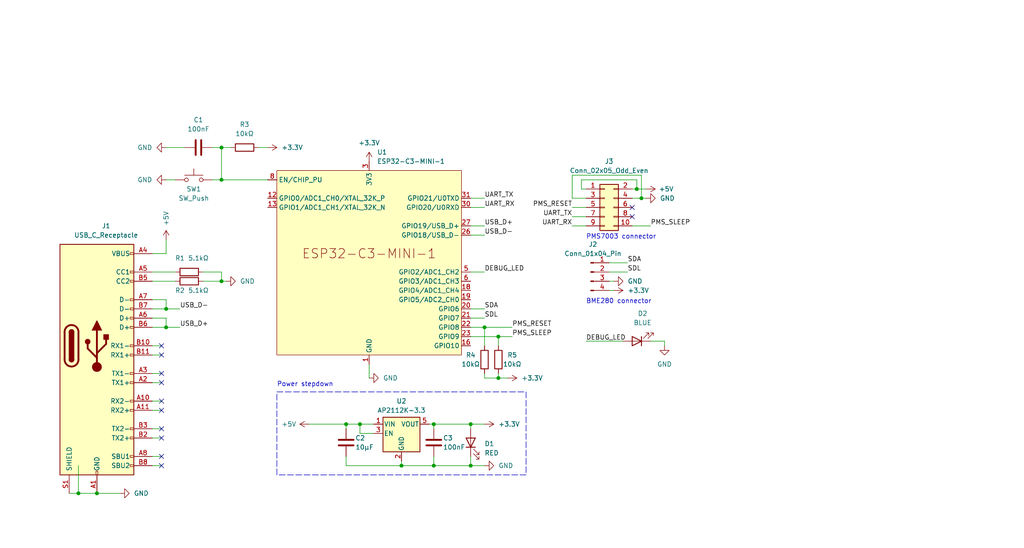
<source format=kicad_sch>
(kicad_sch (version 20230121) (generator eeschema)
  (paper "User" 281.813 151.003)
  (title_block (title "Weather station") (date "2023-09-02") (comment 1 "pkozak.org"))
  (lib_symbols
    (symbol "Connector:Conn_01x04_Pin" (pin_names (offset 1.016) hide)
      (property "Reference" "J" (at 0 5.08 0))
      (property "Value" "Conn_01x04_Pin" (at 0 -7.62 0))
      (symbol "Conn_01x04_Pin_1_1"
        (polyline (pts (xy 1.27 -5.08) (xy 0.8636 -5.08)) (stroke (width 0.1524)))
        (polyline (pts (xy 1.27 -2.54) (xy 0.8636 -2.54)) (stroke (width 0.1524)))
        (polyline (pts (xy 1.27 0) (xy 0.8636 0)) (stroke (width 0.1524)))
        (polyline (pts (xy 1.27 2.54) (xy 0.8636 2.54)) (stroke (width 0.1524)))
        (rectangle (start 0.8636 -4.953) (end 0 -5.207) (stroke (width 0.1524)) (fill (type outline)))
        (rectangle (start 0.8636 -2.413) (end 0 -2.667) (stroke (width 0.1524)) (fill (type outline)))
        (rectangle (start 0.8636 0.127) (end 0 -0.127) (stroke (width 0.1524)) (fill (type outline)))
        (rectangle (start 0.8636 2.667) (end 0 2.413) (stroke (width 0.1524)) (fill (type outline)))
        (pin passive line (at 5.08 2.54 180) (length 3.81) (name "Pin_1") (number "1"))
        (pin passive line (at 5.08 0 180) (length 3.81) (name "Pin_2") (number "2"))
        (pin passive line (at 5.08 -2.54 180) (length 3.81) (name "Pin_3") (number "3"))
        (pin passive line (at 5.08 -5.08 180) (length 3.81) (name "Pin_4") (number "4"))
      )
    )
    (symbol "Connector:USB_C_Receptacle" (pin_names (offset 1.016))
      (property "Reference" "J" (at -10.16 29.21 0))
      (property "Value" "USB_C_Receptacle" (at 10.16 29.21 0))
      (symbol "USB_C_Receptacle_0_0"
        (rectangle (start -0.254 -35.56) (end 0.254 -34.544))
        (rectangle (start 10.16 -32.766) (end 9.144 -33.274))
        (rectangle (start 10.16 -30.226) (end 9.144 -30.734))
        (rectangle (start 10.16 -25.146) (end 9.144 -25.654))
        (rectangle (start 10.16 -22.606) (end 9.144 -23.114))
        (rectangle (start 10.16 -17.526) (end 9.144 -18.034))
        (rectangle (start 10.16 -14.986) (end 9.144 -15.494))
        (rectangle (start 10.16 -9.906) (end 9.144 -10.414))
        (rectangle (start 10.16 -7.366) (end 9.144 -7.874))
        (rectangle (start 10.16 -2.286) (end 9.144 -2.794))
        (rectangle (start 10.16 0.254) (end 9.144 -0.254))
        (rectangle (start 10.16 5.334) (end 9.144 4.826))
        (rectangle (start 10.16 7.874) (end 9.144 7.366))
        (rectangle (start 10.16 10.414) (end 9.144 9.906))
        (rectangle (start 10.16 12.954) (end 9.144 12.446))
        (rectangle (start 10.16 18.034) (end 9.144 17.526))
        (rectangle (start 10.16 20.574) (end 9.144 20.066))
        (rectangle (start 10.16 25.654) (end 9.144 25.146))
      )
      (symbol "USB_C_Receptacle_0_1"
        (rectangle (start -10.16 27.94) (end 10.16 -35.56) (stroke (width 0.254)) (fill (type background)))
        (arc (start -8.89 -3.81) (mid -6.985 -5.7067) (end -5.08 -3.81) (stroke (width 0.508)))
        (arc (start -7.62 -3.81) (mid -6.985 -4.4423) (end -6.35 -3.81) (stroke (width 0.254)))
        (arc (start -7.62 -3.81) (mid -6.985 -4.4423) (end -6.35 -3.81) (stroke (width 0.254)) (fill (type outline)))
        (rectangle (start -7.62 -3.81) (end -6.35 3.81) (stroke (width 0.254)) (fill (type outline)))
        (arc (start -6.35 3.81) (mid -6.985 4.4423) (end -7.62 3.81) (stroke (width 0.254)))
        (arc (start -6.35 3.81) (mid -6.985 4.4423) (end -7.62 3.81) (stroke (width 0.254)) (fill (type outline)))
        (arc (start -5.08 3.81) (mid -6.985 5.7067) (end -8.89 3.81) (stroke (width 0.508)))
        (polyline (pts (xy -8.89 -3.81) (xy -8.89 3.81)) (stroke (width 0.508)))
        (polyline (pts (xy -5.08 3.81) (xy -5.08 -3.81)) (stroke (width 0.508)))
      )
      (symbol "USB_C_Receptacle_1_1"
        (circle (center -2.54 1.143) (radius 0.635) (stroke (width 0.254)) (fill (type outline)))
        (circle (center 0 -5.842) (radius 1.27) (fill (type outline)))
        (polyline (pts (xy 0 -5.842) (xy 0 4.318)) (stroke (width 0.508)))
        (polyline (pts (xy 0 -3.302) (xy -2.54 -0.762) (xy -2.54 0.508)) (stroke (width 0.508)))
        (polyline (pts (xy 0 -2.032) (xy 2.54 0.508) (xy 2.54 1.778)) (stroke (width 0.508)))
        (polyline (pts (xy -1.27 4.318) (xy 0 6.858) (xy 1.27 4.318) (xy -1.27 4.318)) (stroke (width 0.254)) (fill (type outline)))
        (rectangle (start 1.905 1.778) (end 3.175 3.048) (stroke (width 0.254)) (fill (type outline)))
        (pin passive line (at 0 -40.64 90) (length 5.08) (name "GND") (number "A1"))
        (pin bidirectional line (at 15.24 -15.24 180) (length 5.08) (name "RX2-") (number "A10"))
        (pin bidirectional line (at 15.24 -17.78 180) (length 5.08) (name "RX2+") (number "A11"))
        (pin passive line (at 0 -40.64 90) (length 5.08) hide (name "GND") (number "A12"))
        (pin bidirectional line (at 15.24 -10.16 180) (length 5.08) (name "TX1+") (number "A2"))
        (pin bidirectional line (at 15.24 -7.62 180) (length 5.08) (name "TX1-") (number "A3"))
        (pin passive line (at 15.24 25.4 180) (length 5.08) (name "VBUS") (number "A4"))
        (pin bidirectional line (at 15.24 20.32 180) (length 5.08) (name "CC1") (number "A5"))
        (pin bidirectional line (at 15.24 7.62 180) (length 5.08) (name "D+") (number "A6"))
        (pin bidirectional line (at 15.24 12.7 180) (length 5.08) (name "D-") (number "A7"))
        (pin bidirectional line (at 15.24 -30.48 180) (length 5.08) (name "SBU1") (number "A8"))
        (pin passive line (at 15.24 25.4 180) (length 5.08) hide (name "VBUS") (number "A9"))
        (pin passive line (at 0 -40.64 90) (length 5.08) hide (name "GND") (number "B1"))
        (pin bidirectional line (at 15.24 0 180) (length 5.08) (name "RX1-") (number "B10"))
        (pin bidirectional line (at 15.24 -2.54 180) (length 5.08) (name "RX1+") (number "B11"))
        (pin passive line (at 0 -40.64 90) (length 5.08) hide (name "GND") (number "B12"))
        (pin bidirectional line (at 15.24 -25.4 180) (length 5.08) (name "TX2+") (number "B2"))
        (pin bidirectional line (at 15.24 -22.86 180) (length 5.08) (name "TX2-") (number "B3"))
        (pin passive line (at 15.24 25.4 180) (length 5.08) hide (name "VBUS") (number "B4"))
        (pin bidirectional line (at 15.24 17.78 180) (length 5.08) (name "CC2") (number "B5"))
        (pin bidirectional line (at 15.24 5.08 180) (length 5.08) (name "D+") (number "B6"))
        (pin bidirectional line (at 15.24 10.16 180) (length 5.08) (name "D-") (number "B7"))
        (pin bidirectional line (at 15.24 -33.02 180) (length 5.08) (name "SBU2") (number "B8"))
        (pin passive line (at 15.24 25.4 180) (length 5.08) hide (name "VBUS") (number "B9"))
        (pin passive line (at -7.62 -40.64 90) (length 5.08) (name "SHIELD") (number "S1"))
      )
    )
    (symbol "Connector_Generic:Conn_02x05_Odd_Even" (pin_names (offset 1.016) hide)
      (property "Reference" "J" (at 1.27 7.62 0))
      (property "Value" "Conn_02x05_Odd_Even" (at 1.27 -7.62 0))
      (symbol "Conn_02x05_Odd_Even_1_1"
        (rectangle (start -1.27 -4.953) (end 0 -5.207) (stroke (width 0.1524)))
        (rectangle (start -1.27 -2.413) (end 0 -2.667) (stroke (width 0.1524)))
        (rectangle (start -1.27 0.127) (end 0 -0.127) (stroke (width 0.1524)))
        (rectangle (start -1.27 2.667) (end 0 2.413) (stroke (width 0.1524)))
        (rectangle (start -1.27 5.207) (end 0 4.953) (stroke (width 0.1524)))
        (rectangle (start -1.27 6.35) (end 3.81 -6.35) (stroke (width 0.254)) (fill (type background)))
        (rectangle (start 3.81 -4.953) (end 2.54 -5.207) (stroke (width 0.1524)))
        (rectangle (start 3.81 -2.413) (end 2.54 -2.667) (stroke (width 0.1524)))
        (rectangle (start 3.81 0.127) (end 2.54 -0.127) (stroke (width 0.1524)))
        (rectangle (start 3.81 2.667) (end 2.54 2.413) (stroke (width 0.1524)))
        (rectangle (start 3.81 5.207) (end 2.54 4.953) (stroke (width 0.1524)))
        (pin passive line (at -5.08 5.08 0) (length 3.81) (name "Pin_1") (number "1"))
        (pin passive line (at 7.62 -5.08 180) (length 3.81) (name "Pin_10") (number "10"))
        (pin passive line (at 7.62 5.08 180) (length 3.81) (name "Pin_2") (number "2"))
        (pin passive line (at -5.08 2.54 0) (length 3.81) (name "Pin_3") (number "3"))
        (pin passive line (at 7.62 2.54 180) (length 3.81) (name "Pin_4") (number "4"))
        (pin passive line (at -5.08 0 0) (length 3.81) (name "Pin_5") (number "5"))
        (pin passive line (at 7.62 0 180) (length 3.81) (name "Pin_6") (number "6"))
        (pin passive line (at -5.08 -2.54 0) (length 3.81) (name "Pin_7") (number "7"))
        (pin passive line (at 7.62 -2.54 180) (length 3.81) (name "Pin_8") (number "8"))
        (pin passive line (at -5.08 -5.08 0) (length 3.81) (name "Pin_9") (number "9"))
      )
    )
    (symbol "Device:C" (pin_numbers hide) (pin_names (offset 0.254))
      (property "Reference" "C" (at 0.635 2.54 0))
      (property "Value" "C" (at 0.635 -2.54 0))
      (symbol "C_0_1"
        (polyline (pts (xy -2.032 -0.762) (xy 2.032 -0.762)) (stroke (width 0.508)))
        (polyline (pts (xy -2.032 0.762) (xy 2.032 0.762)) (stroke (width 0.508)))
      )
      (symbol "C_1_1"
        (pin passive line (at 0 3.81 270) (length 2.794) (name "~") (number "1"))
        (pin passive line (at 0 -3.81 90) (length 2.794) (name "~") (number "2"))
      )
    )
    (symbol "Device:LED" (pin_numbers hide) (pin_names (offset 1.016) hide)
      (property "Reference" "D" (at 0 2.54 0))
      (property "Value" "LED" (at 0 -2.54 0))
      (symbol "LED_0_1"
        (polyline (pts (xy -1.27 -1.27) (xy -1.27 1.27)) (stroke (width 0.254)))
        (polyline (pts (xy -1.27 0) (xy 1.27 0)))
        (polyline (pts (xy 1.27 -1.27) (xy 1.27 1.27) (xy -1.27 0) (xy 1.27 -1.27)) (stroke (width 0.254)))
        (polyline (pts (xy -3.048 -0.762) (xy -4.572 -2.286) (xy -3.81 -2.286) (xy -4.572 -2.286) (xy -4.572 -1.524)))
        (polyline (pts (xy -1.778 -0.762) (xy -3.302 -2.286) (xy -2.54 -2.286) (xy -3.302 -2.286) (xy -3.302 -1.524)))
      )
      (symbol "LED_1_1"
        (pin passive line (at -3.81 0 0) (length 2.54) (name "K") (number "1"))
        (pin passive line (at 3.81 0 180) (length 2.54) (name "A") (number "2"))
      )
    )
    (symbol "Device:R" (pin_numbers hide) (pin_names (offset 0))
      (property "Reference" "R" (at 2.032 0 90))
      (property "Value" "R" (at 0 0 90))
      (symbol "R_0_1"
        (rectangle (start -1.016 -2.54) (end 1.016 2.54) (stroke (width 0.254)))
      )
      (symbol "R_1_1"
        (pin passive line (at 0 3.81 270) (length 1.27) (name "~") (number "1"))
        (pin passive line (at 0 -3.81 90) (length 1.27) (name "~") (number "2"))
      )
    )
    (symbol "PCM_Espressif:ESP32-C3-MINI-1"
      (property "Reference" "U" (at -25.4 30.48 0))
      (property "Value" "ESP32-C3-MINI-1" (at -25.4 27.94 0))
      (symbol "ESP32-C3-MINI-1_0_0"
        (text "ESP32-C3-MINI-1" (at 0 2.54 0) (effects (font (size 2.54 2.54))))
      )
      (symbol "ESP32-C3-MINI-1_0_1"
        (rectangle (start -25.4 25.4) (end 25.4 -25.4) (fill (type background)))
      )
      (symbol "ESP32-C3-MINI-1_1_1"
        (pin power_in line (at 0 -27.94 90) (length 2.54) (name "GND") (number "1"))
        (pin no_connect line (at -25.4 2.54 0) (length 2.54) hide (name "NC") (number "10"))
        (pin passive line (at 0 -27.94 90) (length 2.54) hide (name "GND") (number "11"))
        (pin bidirectional line (at -27.94 17.78 0) (length 2.54) (name "GPIO0/ADC1_CH0/XTAL_32K_P") (number "12"))
        (pin bidirectional line (at -27.94 15.24 0) (length 2.54) (name "GPIO1/ADC1_CH1/XTAL_32K_N") (number "13"))
        (pin passive line (at 0 -27.94 90) (length 2.54) hide (name "GND") (number "14"))
        (pin no_connect line (at -25.4 0 0) (length 2.54) hide (name "NC") (number "15"))
        (pin bidirectional line (at 27.94 -22.86 180) (length 2.54) (name "GPIO10") (number "16"))
        (pin no_connect line (at -25.4 -2.54 0) (length 2.54) hide (name "NC") (number "17"))
        (pin bidirectional line (at 27.94 -7.62 180) (length 2.54) (name "GPIO4/ADC1_CH4") (number "18"))
        (pin bidirectional line (at 27.94 -10.16 180) (length 2.54) (name "GPIO5/ADC2_CH0") (number "19"))
        (pin passive line (at 0 -27.94 90) (length 2.54) hide (name "GND") (number "2"))
        (pin bidirectional line (at 27.94 -12.7 180) (length 2.54) (name "GPIO6") (number "20"))
        (pin bidirectional line (at 27.94 -15.24 180) (length 2.54) (name "GPIO7") (number "21"))
        (pin bidirectional line (at 27.94 -17.78 180) (length 2.54) (name "GPIO8") (number "22"))
        (pin bidirectional line (at 27.94 -20.32 180) (length 2.54) (name "GPIO9") (number "23"))
        (pin no_connect line (at -25.4 -5.08 0) (length 2.54) hide (name "NC") (number "24"))
        (pin no_connect line (at -25.4 -7.62 0) (length 2.54) hide (name "NC") (number "25"))
        (pin bidirectional line (at 27.94 7.62 180) (length 2.54) (name "GPIO18/USB_D-") (number "26"))
        (pin bidirectional line (at 27.94 10.16 180) (length 2.54) (name "GPIO19/USB_D+") (number "27"))
        (pin no_connect line (at -25.4 -10.16 0) (length 2.54) hide (name "NC") (number "28"))
        (pin no_connect line (at -25.4 -12.7 0) (length 2.54) hide (name "NC") (number "29"))
        (pin power_in line (at 0 27.94 270) (length 2.54) (name "3V3") (number "3"))
        (pin bidirectional line (at 27.94 15.24 180) (length 2.54) (name "GPIO20/U0RXD") (number "30"))
        (pin bidirectional line (at 27.94 17.78 180) (length 2.54) (name "GPIO21/U0TXD") (number "31"))
        (pin no_connect line (at -25.4 -15.24 0) (length 2.54) hide (name "NC") (number "32"))
        (pin no_connect line (at -25.4 -17.78 0) (length 2.54) hide (name "NC") (number "33"))
        (pin no_connect line (at -25.4 -20.32 0) (length 2.54) hide (name "NC") (number "34"))
        (pin no_connect line (at -25.4 -22.86 0) (length 2.54) hide (name "NC") (number "35"))
        (pin passive line (at 0 -27.94 90) (length 2.54) hide (name "GND") (number "36"))
        (pin passive line (at 0 -27.94 90) (length 2.54) hide (name "GND") (number "37"))
        (pin passive line (at 0 -27.94 90) (length 2.54) hide (name "GND") (number "38"))
        (pin passive line (at 0 -27.94 90) (length 2.54) hide (name "GND") (number "39"))
        (pin no_connect line (at -25.4 10.16 0) (length 2.54) hide (name "NC") (number "4"))
        (pin passive line (at 0 -27.94 90) (length 2.54) hide (name "GND") (number "40"))
        (pin passive line (at 0 -27.94 90) (length 2.54) hide (name "GND") (number "41"))
        (pin passive line (at 0 -27.94 90) (length 2.54) hide (name "GND") (number "42"))
        (pin passive line (at 0 -27.94 90) (length 2.54) hide (name "GND") (number "43"))
        (pin passive line (at 0 -27.94 90) (length 2.54) hide (name "GND") (number "44"))
        (pin passive line (at 0 -27.94 90) (length 2.54) hide (name "GND") (number "45"))
        (pin passive line (at 0 -27.94 90) (length 2.54) hide (name "GND") (number "46"))
        (pin passive line (at 0 -27.94 90) (length 2.54) hide (name "GND") (number "47"))
        (pin passive line (at 0 -27.94 90) (length 2.54) hide (name "GND") (number "48"))
        (pin passive line (at 0 -27.94 90) (length 2.54) hide (name "GND") (number "49"))
        (pin bidirectional line (at 27.94 -2.54 180) (length 2.54) (name "GPIO2/ADC1_CH2") (number "5"))
        (pin passive line (at 0 -27.94 90) (length 2.54) hide (name "GND") (number "50"))
        (pin passive line (at 0 -27.94 90) (length 2.54) hide (name "GND") (number "51"))
        (pin passive line (at 0 -27.94 90) (length 2.54) hide (name "GND") (number "52"))
        (pin passive line (at 0 -27.94 90) (length 2.54) hide (name "GND") (number "53"))
        (pin bidirectional line (at 27.94 -5.08 180) (length 2.54) (name "GPIO3/ADC1_CH3") (number "6"))
        (pin no_connect line (at -25.4 7.62 0) (length 2.54) hide (name "NC") (number "7"))
        (pin input line (at -27.94 22.86 0) (length 2.54) (name "EN/CHIP_PU") (number "8"))
        (pin no_connect line (at -25.4 5.08 0) (length 2.54) hide (name "NC") (number "9"))
      )
    )
    (symbol "Regulator_Linear:AP2112K-3.3" (pin_names (offset 0.254))
      (property "Reference" "U" (at -5.08 5.715 0))
      (property "Value" "AP2112K-3.3" (at 0 5.715 0))
      (symbol "AP2112K-3.3_0_1"
        (rectangle (start -5.08 4.445) (end 5.08 -5.08) (stroke (width 0.254)) (fill (type background)))
      )
      (symbol "AP2112K-3.3_1_1"
        (pin power_in line (at -7.62 2.54 0) (length 2.54) (name "VIN") (number "1"))
        (pin power_in line (at 0 -7.62 90) (length 2.54) (name "GND") (number "2"))
        (pin input line (at -7.62 0 0) (length 2.54) (name "EN") (number "3"))
        (pin no_connect line (at 5.08 0 180) (length 2.54) hide (name "NC") (number "4"))
        (pin power_out line (at 7.62 2.54 180) (length 2.54) (name "VOUT") (number "5"))
      )
    )
    (symbol "Switch:SW_Push" (pin_numbers hide) (pin_names (offset 1.016) hide)
      (property "Reference" "SW" (at 1.27 2.54 0))
      (property "Value" "SW_Push" (at 0 -1.524 0))
      (symbol "SW_Push_0_1"
        (circle (center -2.032 0) (radius 0.508))
        (polyline (pts (xy 0 1.27) (xy 0 3.048)))
        (polyline (pts (xy 2.54 1.27) (xy -2.54 1.27)))
        (circle (center 2.032 0) (radius 0.508))
        (pin passive line (at -5.08 0 0) (length 2.54) (name "1") (number "1"))
        (pin passive line (at 5.08 0 180) (length 2.54) (name "2") (number "2"))
      )
    )
    (symbol "power:+3.3V" (power) (pin_names (offset 0))
      (property "Value" "+3.3V" (at 0 3.556 0))
      (symbol "+3.3V_0_1"
        (polyline (pts (xy -0.762 1.27) (xy 0 2.54)))
        (polyline (pts (xy 0 0) (xy 0 2.54)))
        (polyline (pts (xy 0 2.54) (xy 0.762 1.27)))
      )
      (symbol "+3.3V_1_1"
        (pin power_in line (at 0 0 90) (length 0) hide (name "+3.3V") (number "1"))
      )
    )
    (symbol "power:+5V" (power) (pin_names (offset 0))
      (property "Value" "+5V" (at 0 3.556 0))
      (symbol "+5V_0_1"
        (polyline (pts (xy -0.762 1.27) (xy 0 2.54)))
        (polyline (pts (xy 0 0) (xy 0 2.54)))
        (polyline (pts (xy 0 2.54) (xy 0.762 1.27)))
      )
      (symbol "+5V_1_1"
        (pin power_in line (at 0 0 90) (length 0) hide (name "+5V") (number "1"))
      )
    )
    (symbol "power:GND" (power) (pin_names (offset 0))
      (property "Value" "GND" (at 0 -3.81 0))
      (symbol "GND_0_1"
        (polyline (pts (xy 0 0) (xy 0 -1.27) (xy 1.27 -1.27) (xy 0 -2.54) (xy -1.27 -1.27) (xy 0 -1.27)))
      )
      (symbol "GND_1_1"
        (pin power_in line (at 0 0 270) (length 0) hide (name "GND") (number "1"))
      )
    )
  )
  (junction (at 129.54 116.84))
  (junction (at 110.49 128.27))
  (junction (at 119.38 116.84))
  (junction (at 60.96 77.47))
  (junction (at 45.72 85.09))
  (junction (at 99.06 116.84))
  (junction (at 60.96 49.53))
  (junction (at 137.16 104.14))
  (junction (at 26.67 135.89))
  (junction (at 176.53 54.61))
  (junction (at 133.35 90.17))
  (junction (at 137.16 92.71))
  (junction (at 60.96 40.64))
  (junction (at 45.72 90.17))
  (junction (at 175.26 52.07))
  (junction (at 119.38 128.27))
  (junction (at 21.59 135.89))
  (junction (at 95.25 116.84))
  (junction (at 129.54 128.27))
  (no_connect (at 44.45 110.49))
  (no_connect (at 173.99 59.69))
  (no_connect (at 173.99 57.15))
  (no_connect (at 44.45 95.25))
  (no_connect (at 44.45 97.79))
  (no_connect (at 44.45 118.11))
  (no_connect (at 44.45 120.65))
  (no_connect (at 44.45 105.41))
  (no_connect (at 44.45 102.87))
  (no_connect (at 44.45 125.73))
  (no_connect (at 44.45 113.03))
  (no_connect (at 44.45 128.27))
  (wire (pts (xy 99.06 119.38) (xy 99.06 116.84)))
  (wire (pts (xy 21.59 135.89) (xy 19.05 135.89)))
  (wire (pts (xy 41.91 87.63) (xy 45.72 87.63)))
  (wire (pts (xy 45.72 87.63) (xy 45.72 90.17)))
  (wire (pts (xy 60.96 49.53) (xy 73.66 49.53)))
  (wire (pts (xy 60.96 40.64) (xy 60.96 49.53)))
  (wire (pts (xy 129.54 125.73) (xy 129.54 128.27)))
  (wire (pts (xy 137.16 102.87) (xy 137.16 104.14)))
  (wire (pts (xy 95.25 128.27) (xy 110.49 128.27)))
  (wire (pts (xy 129.54 118.11) (xy 129.54 116.84)))
  (wire (pts (xy 45.72 82.55) (xy 45.72 85.09)))
  (wire (pts (xy 41.91 85.09) (xy 45.72 85.09)))
  (wire (pts (xy 157.48 54.61) (xy 161.29 54.61)))
  (wire (pts (xy 129.54 62.23) (xy 133.35 62.23)))
  (wire (pts (xy 173.99 62.23) (xy 179.07 62.23)))
  (wire (pts (xy 45.72 90.17) (xy 49.53 90.17)))
  (wire (pts (xy 175.26 52.07) (xy 177.8 52.07)))
  (wire (pts (xy 133.35 116.84) (xy 129.54 116.84)))
  (wire (pts (xy 129.54 92.71) (xy 137.16 92.71)))
  (wire (pts (xy 119.38 118.11) (xy 119.38 116.84)))
  (wire (pts (xy 45.72 49.53) (xy 48.26 49.53)))
  (wire (pts (xy 173.99 52.07) (xy 175.26 52.07)))
  (wire (pts (xy 157.48 57.15) (xy 161.29 57.15)))
  (wire (pts (xy 161.29 93.98) (xy 171.45 93.98)))
  (wire (pts (xy 21.59 128.27) (xy 21.59 135.89)))
  (wire (pts (xy 71.12 40.64) (xy 73.66 40.64)))
  (wire (pts (xy 157.48 62.23) (xy 161.29 62.23)))
  (wire (pts (xy 160.02 49.53) (xy 160.02 52.07)))
  (wire (pts (xy 133.35 90.17) (xy 140.97 90.17)))
  (wire (pts (xy 41.91 69.85) (xy 45.72 69.85)))
  (wire (pts (xy 45.72 40.64) (xy 50.8 40.64)))
  (wire (pts (xy 21.59 135.89) (xy 26.67 135.89)))
  (wire (pts (xy 99.06 116.84) (xy 102.87 116.84)))
  (wire (pts (xy 45.72 85.09) (xy 49.53 85.09)))
  (wire (pts (xy 133.35 90.17) (xy 133.35 95.25)))
  (wire (pts (xy 95.25 125.73) (xy 95.25 128.27)))
  (wire (pts (xy 118.11 116.84) (xy 119.38 116.84)))
  (wire (pts (xy 44.45 113.03) (xy 41.91 113.03)))
  (wire (pts (xy 129.54 74.93) (xy 133.35 74.93)))
  (wire (pts (xy 41.91 90.17) (xy 45.72 90.17)))
  (wire (pts (xy 44.45 102.87) (xy 41.91 102.87)))
  (wire (pts (xy 26.67 135.89) (xy 33.02 135.89)))
  (wire (pts (xy 129.54 57.15) (xy 133.35 57.15)))
  (wire (pts (xy 133.35 104.14) (xy 137.16 104.14)))
  (wire (pts (xy 173.99 54.61) (xy 176.53 54.61)))
  (wire (pts (xy 102.87 119.38) (xy 99.06 119.38)))
  (wire (pts (xy 85.09 116.84) (xy 95.25 116.84)))
  (wire (pts (xy 167.64 77.47) (xy 168.91 77.47)))
  (wire (pts (xy 176.53 54.61) (xy 177.8 54.61)))
  (wire (pts (xy 137.16 104.14) (xy 139.7 104.14)))
  (wire (pts (xy 129.54 128.27) (xy 133.35 128.27)))
  (wire (pts (xy 110.49 127) (xy 110.49 128.27)))
  (wire (pts (xy 119.38 116.84) (xy 129.54 116.84)))
  (wire (pts (xy 179.07 93.98) (xy 182.88 93.98)))
  (wire (pts (xy 44.45 105.41) (xy 41.91 105.41)))
  (wire (pts (xy 129.54 90.17) (xy 133.35 90.17)))
  (wire (pts (xy 176.53 48.26) (xy 157.48 48.26)))
  (wire (pts (xy 44.45 118.11) (xy 41.91 118.11)))
  (wire (pts (xy 119.38 125.73) (xy 119.38 128.27)))
  (wire (pts (xy 44.45 95.25) (xy 41.91 95.25)))
  (wire (pts (xy 182.88 93.98) (xy 182.88 95.25)))
  (wire (pts (xy 161.29 59.69) (xy 157.48 59.69)))
  (wire (pts (xy 160.02 52.07) (xy 161.29 52.07)))
  (wire (pts (xy 110.49 128.27) (xy 119.38 128.27)))
  (wire (pts (xy 55.88 77.47) (xy 60.96 77.47)))
  (wire (pts (xy 176.53 54.61) (xy 176.53 48.26)))
  (wire (pts (xy 157.48 48.26) (xy 157.48 54.61)))
  (wire (pts (xy 137.16 92.71) (xy 137.16 95.25)))
  (wire (pts (xy 167.64 74.93) (xy 172.72 74.93)))
  (wire (pts (xy 129.54 64.77) (xy 133.35 64.77)))
  (wire (pts (xy 129.54 54.61) (xy 133.35 54.61)))
  (wire (pts (xy 60.96 74.93) (xy 60.96 77.47)))
  (wire (pts (xy 95.25 118.11) (xy 95.25 116.84)))
  (wire (pts (xy 129.54 87.63) (xy 133.35 87.63)))
  (wire (pts (xy 60.96 74.93) (xy 55.88 74.93)))
  (wire (pts (xy 44.45 110.49) (xy 41.91 110.49)))
  (wire (pts (xy 44.45 120.65) (xy 41.91 120.65)))
  (wire (pts (xy 41.91 77.47) (xy 48.26 77.47)))
  (wire (pts (xy 41.91 74.93) (xy 48.26 74.93)))
  (wire (pts (xy 63.5 40.64) (xy 60.96 40.64)))
  (wire (pts (xy 44.45 125.73) (xy 41.91 125.73)))
  (wire (pts (xy 175.26 52.07) (xy 175.26 49.53)))
  (wire (pts (xy 44.45 97.79) (xy 41.91 97.79)))
  (wire (pts (xy 58.42 49.53) (xy 60.96 49.53)))
  (wire (pts (xy 119.38 128.27) (xy 129.54 128.27)))
  (wire (pts (xy 129.54 85.09) (xy 133.35 85.09)))
  (wire (pts (xy 167.64 80.01) (xy 168.91 80.01)))
  (wire (pts (xy 133.35 102.87) (xy 133.35 104.14)))
  (wire (pts (xy 58.42 40.64) (xy 60.96 40.64)))
  (wire (pts (xy 45.72 66.04) (xy 45.72 69.85)))
  (wire (pts (xy 101.6 100.33) (xy 101.6 104.14)))
  (wire (pts (xy 95.25 116.84) (xy 99.06 116.84)))
  (wire (pts (xy 175.26 49.53) (xy 160.02 49.53)))
  (wire (pts (xy 167.64 72.39) (xy 172.72 72.39)))
  (wire (pts (xy 41.91 82.55) (xy 45.72 82.55)))
  (wire (pts (xy 137.16 92.71) (xy 140.97 92.71)))
  (wire (pts (xy 62.23 77.47) (xy 60.96 77.47)))
  (wire (pts (xy 44.45 128.27) (xy 41.91 128.27)))
  (rectangle (start 76.2 107.95) (end 144.78 130.81) (stroke (width 0) (type dash)))
  (text "BME280 connector" (at 161.29 83.82 0) (effects (font (size 1.27 1.27)) (justify left bottom)))
  (text "Power stepdown" (at 76.2 106.68 0) (effects (font (size 1.27 1.27)) (justify left bottom)))
  (text "PMS7003 connector" (at 161.29 66.04 0) (effects (font (size 1.27 1.27)) (justify left bottom)))
  (label "DEBUG_LED" (at 161.29 93.98 0))
  (label "SDL" (at 133.35 87.63 0))
  (label "SDL" (at 172.72 74.93 0))
  (label "DEBUG_LED" (at 133.35 74.93 0))
  (label "UART_TX" (at 157.48 59.69 180))
  (label "PMS_RESET" (at 140.97 90.17 0))
  (label "SDA" (at 172.72 72.39 0))
  (label "SDA" (at 133.35 85.09 0))
  (label "UART_RX" (at 157.48 62.23 180))
  (label "UART_TX" (at 133.35 54.61 0))
  (label "PMS_RESET" (at 157.48 57.15 180))
  (label "USB_D+" (at 133.35 62.23 0))
  (label "USB_D-" (at 133.35 64.77 0))
  (label "USB_D+" (at 49.53 90.17 0))
  (label "UART_RX" (at 133.35 57.15 0))
  (label "PMS_SLEEP" (at 179.07 62.23 0))
  (label "USB_D-" (at 49.53 85.09 0))
  (label "PMS_SLEEP" (at 140.97 92.71 0))
  (symbol (lib_id "power:+3.3V") (at 133.35 116.84 270) (unit 1)
    (property "Reference" "#PWR015" (effects hide))
    (property "Value" "+3.3V" (at 137.16 116.84 90) (effects (justify left)))
  )
  (symbol (lib_id "Device:C") (at 54.61 40.64 90) (unit 1)
    (property "Reference" "C1" (at 54.61 33.02 90))
    (property "Value" "100nF" (at 54.61 35.56 90))
    (property "Footprint" "Capacitor_SMD:C_0805_2012Metric_Pad1.18x1.45mm_HandSolder" (effects hide))
  )
  (symbol (lib_id "power:+3.3V") (at 73.66 40.64 270) (unit 1)
    (property "Reference" "#PWR07" (effects hide))
    (property "Value" "+3.3V" (at 77.47 40.64 90) (effects (justify left)))
  )
  (symbol (lib_id "power:GND") (at 33.02 135.89 90) (unit 1)
    (property "Reference" "#PWR02" (effects hide))
    (property "Value" "GND" (at 36.83 135.89 90) (effects (justify right)))
  )
  (symbol (lib_id "power:+5V") (at 85.09 116.84 90) (unit 1)
    (property "Reference" "#PWR017" (effects hide))
    (property "Value" "+5V" (at 77.47 116.84 90) (effects (justify right)))
  )
  (symbol (lib_id "power:GND") (at 168.91 77.47 90) (unit 1)
    (property "Reference" "#PWR09" (effects hide))
    (property "Value" "GND" (at 172.72 77.47 90) (effects (justify right)))
  )
  (symbol (lib_id "power:GND") (at 45.72 49.53 270) (unit 1)
    (property "Reference" "#PWR011" (effects hide))
    (property "Value" "GND" (at 41.91 49.53 90) (effects (justify right)))
  )
  (symbol (lib_id "power:+5V") (at 177.8 52.07 270) (unit 1)
    (property "Reference" "#PWR06" (effects hide))
    (property "Value" "+5V" (at 185.42 52.07 90) (effects (justify right)))
  )
  (symbol (lib_id "power:GND") (at 62.23 77.47 90) (unit 1)
    (property "Reference" "#PWR08" (effects hide))
    (property "Value" "GND" (at 66.04 77.47 90) (effects (justify right)))
  )
  (symbol (lib_id "power:+3.3V") (at 139.7 104.14 270) (unit 1)
    (property "Reference" "#PWR016" (effects hide))
    (property "Value" "+3.3V" (at 143.51 104.14 90) (effects (justify left)))
  )
  (symbol (lib_id "power:GND") (at 182.88 95.25 0) (unit 1)
    (property "Reference" "#PWR013" (effects hide))
    (property "Value" "GND" (at 182.88 100.33 0))
  )
  (symbol (lib_id "power:+5V") (at 45.72 66.04 0) (unit 1)
    (property "Reference" "#PWR04" (effects hide))
    (property "Value" "+5V" (at 45.72 62.23 90) (effects (justify left)))
  )
  (symbol (lib_id "PCM_Espressif:ESP32-C3-MINI-1") (at 101.6 72.39 0) (unit 1)
    (property "Reference" "U1" (at 103.7941 41.91 0) (effects (justify left)))
    (property "Value" "ESP32-C3-MINI-1" (at 103.7941 44.45 0) (effects (justify left)))
    (property "Footprint" "PCM_Espressif:ESP32-C3-MINI-1" (effects hide))
    (property "Datasheet" "https://www.espressif.com/sites/default/files/documentation/esp32-c3-mini-1_datasheet_en.pdf" (effects hide))
  )
  (symbol (lib_id "Switch:SW_Push") (at 53.34 49.53 0) (unit 1)
    (property "Reference" "SW1" (at 53.34 52.07 0))
    (property "Value" "SW_Push" (at 53.34 54.61 0))
    (property "Footprint" "Button_Switch_THT:SW_PUSH_6mm_H5mm" (effects hide))
  )
  (symbol (lib_id "Device:R") (at 52.07 77.47 90) (unit 1)
    (property "Reference" "R2" (at 49.53 80.01 90))
    (property "Value" "5.1kΩ" (at 54.61 80.01 90))
    (property "Footprint" "Resistor_SMD:R_1206_3216Metric" (effects hide))
  )
  (symbol (lib_id "Device:LED") (at 175.26 93.98 180) (unit 1)
    (property "Reference" "D2" (at 176.8475 86.36 0))
    (property "Value" "BLUE" (at 176.8475 88.9 0))
    (property "Footprint" "LED_SMD:LED_0805_2012Metric_Pad1.15x1.40mm_HandSolder" (effects hide))
  )
  (symbol (lib_id "Device:C") (at 119.38 121.92 0) (unit 1)
    (property "Reference" "C3" (at 121.92 120.65 0) (effects (justify left)))
    (property "Value" "100nF" (at 121.92 123.19 0) (effects (justify left)))
    (property "Footprint" "Capacitor_SMD:C_0805_2012Metric_Pad1.18x1.45mm_HandSolder" (effects hide))
  )
  (symbol (lib_id "Device:R") (at 137.16 99.06 0) (unit 1)
    (property "Reference" "R5" (at 140.97 97.79 0))
    (property "Value" "10kΩ" (at 140.97 100.33 0))
    (property "Footprint" "Resistor_SMD:R_1206_3216Metric" (effects hide))
  )
  (symbol (lib_id "Regulator_Linear:AP2112K-3.3") (at 110.49 119.38 0) (unit 1)
    (property "Reference" "U2" (at 110.49 110.49 0))
    (property "Value" "AP2112K-3.3" (at 110.49 113.03 0))
    (property "Footprint" "Package_TO_SOT_SMD:SOT-23-5" (effects hide))
    (property "Datasheet" "https://www.diodes.com/assets/Datasheets/AP2112.pdf" (effects hide))
  )
  (symbol (lib_id "Device:LED") (at 129.54 121.92 90) (unit 1)
    (property "Reference" "D1" (at 133.35 122.2375 90) (effects (justify right)))
    (property "Value" "RED" (at 133.35 124.7775 90) (effects (justify right)))
    (property "Footprint" "LED_SMD:LED_0805_2012Metric_Pad1.15x1.40mm_HandSolder" (effects hide))
  )
  (symbol (lib_id "Connector_Generic:Conn_02x05_Odd_Even") (at 166.37 57.15 0) (unit 1)
    (property "Reference" "J3" (at 167.64 44.45 0))
    (property "Value" "Conn_02x05_Odd_Even" (at 167.64 46.99 0))
    (property "Footprint" "Connector_IDC:IDC-Header_2x05_P2.54mm_Vertical" (effects hide))
  )
  (symbol (lib_id "power:+3.3V") (at 168.91 80.01 270) (unit 1)
    (property "Reference" "#PWR010" (effects hide))
    (property "Value" "+3.3V" (at 172.72 80.01 90) (effects (justify left)))
  )
  (symbol (lib_id "power:GND") (at 45.72 40.64 270) (unit 1)
    (property "Reference" "#PWR012" (effects hide))
    (property "Value" "GND" (at 41.91 40.64 90) (effects (justify right)))
  )
  (symbol (lib_id "power:GND") (at 177.8 54.61 90) (unit 1)
    (property "Reference" "#PWR05" (effects hide))
    (property "Value" "GND" (at 181.61 54.61 90) (effects (justify right)))
  )
  (symbol (lib_id "Device:C") (at 95.25 121.92 0) (unit 1)
    (property "Reference" "C2" (at 97.79 120.65 0) (effects (justify left)))
    (property "Value" "10µF" (at 97.79 123.19 0) (effects (justify left)))
    (property "Footprint" "Capacitor_SMD:C_0805_2012Metric_Pad1.18x1.45mm_HandSolder" (effects hide))
  )
  (symbol (lib_id "Device:R") (at 133.35 99.06 180) (unit 1)
    (property "Reference" "R4" (at 129.54 97.79 0))
    (property "Value" "10kΩ" (at 129.54 100.33 0))
    (property "Footprint" "Resistor_SMD:R_1206_3216Metric" (effects hide))
  )
  (symbol (lib_id "Device:R") (at 52.07 74.93 90) (unit 1)
    (property "Reference" "R1" (at 49.53 71.12 90))
    (property "Value" "5.1kΩ" (at 54.61 71.12 90))
    (property "Footprint" "Resistor_SMD:R_1206_3216Metric" (effects hide))
  )
  (symbol (lib_id "power:+3.3V") (at 101.6 44.45 0) (unit 1)
    (property "Reference" "#PWR03" (effects hide))
    (property "Value" "+3.3V" (at 101.6 39.37 0))
  )
  (symbol (lib_id "Device:R") (at 67.31 40.64 90) (unit 1)
    (property "Reference" "R3" (at 67.31 34.29 90))
    (property "Value" "10kΩ" (at 67.31 36.83 90))
    (property "Footprint" "Resistor_SMD:R_1206_3216Metric" (effects hide))
  )
  (symbol (lib_id "Connector:USB_C_Receptacle") (at 26.67 95.25 0) (unit 1)
    (property "Reference" "J1" (at 29.21 62.23 0))
    (property "Value" "USB_C_Receptacle" (at 29.21 64.77 0))
    (property "Footprint" "Connector_USB:USB_C_Receptacle_Amphenol_12401610E4-2A" (effects hide))
    (property "Datasheet" "https://www.usb.org/sites/default/files/documents/usb_type-c.zip" (effects hide))
  )
  (symbol (lib_id "power:GND") (at 133.35 128.27 90) (unit 1)
    (property "Reference" "#PWR014" (effects hide))
    (property "Value" "GND" (at 137.16 128.27 90) (effects (justify right)))
  )
  (symbol (lib_id "Connector:Conn_01x04_Pin") (at 162.56 74.93 0) (unit 1)
    (property "Reference" "J2" (at 163.195 67.31 0))
    (property "Value" "Conn_01x04_Pin" (at 163.195 69.85 0))
    (property "Footprint" "Connector_PinHeader_2.54mm:PinHeader_1x04_P2.54mm_Vertical" (effects hide))
  )
  (symbol (lib_id "power:GND") (at 101.6 104.14 90) (unit 1)
    (property "Reference" "#PWR01" (effects hide))
    (property "Value" "GND" (at 105.41 104.14 90) (effects (justify right)))
  )
)
</source>
